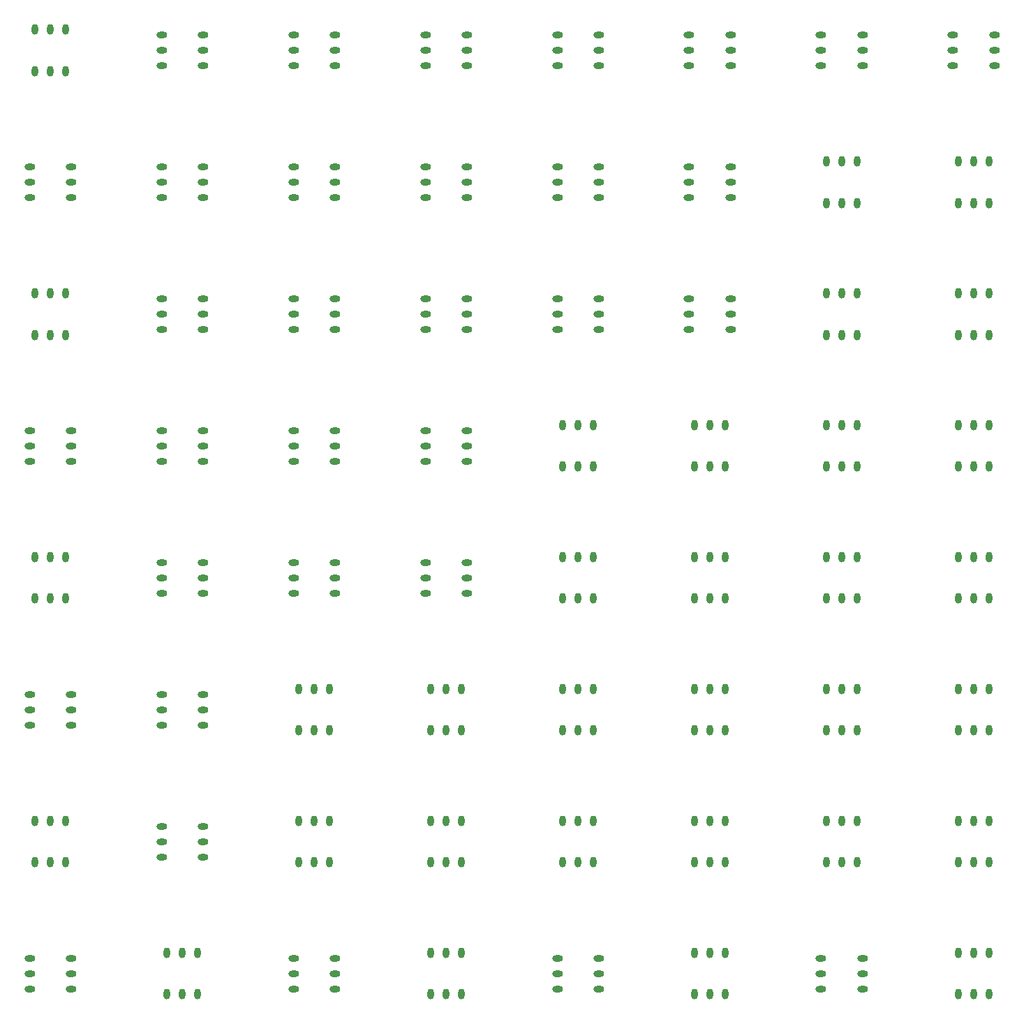
<source format=gtp>
G04 DipTrace 2.4.0.2*
%IN64xAPA102Cx16mm.gtp*%
%MOMM*%
%ADD17O,1.3X0.8*%
%ADD21O,0.8X1.3*%
%FSLAX53Y53*%
G04*
G71*
G90*
G75*
G01*
%LNTopPaste*%
%LPD*%
D17*
X15508Y19858D3*
Y18008D3*
Y16158D3*
X20508D3*
Y18008D3*
Y19858D3*
D21*
X16158Y31508D3*
X18008D3*
X19858D3*
Y36508D3*
X18008D3*
X16158D3*
D17*
X31508Y35858D3*
Y34008D3*
Y32158D3*
X36508D3*
Y34008D3*
Y35858D3*
D21*
X35858Y20508D3*
X34008D3*
X32158D3*
Y15508D3*
X34008D3*
X35858D3*
D17*
X47508Y19858D3*
Y18008D3*
Y16158D3*
X52508D3*
Y18008D3*
Y19858D3*
D21*
X48158Y31508D3*
X50008D3*
X51858D3*
Y36508D3*
X50008D3*
X48158D3*
Y47508D3*
X50008D3*
X51858D3*
Y52508D3*
X50008D3*
X48158D3*
D17*
X36508Y48158D3*
Y50008D3*
Y51858D3*
X31508D3*
Y50008D3*
Y48158D3*
X20508D3*
Y50008D3*
Y51858D3*
X15508D3*
Y50008D3*
Y48158D3*
D21*
X16158Y63508D3*
X18008D3*
X19858D3*
Y68508D3*
X18008D3*
X16158D3*
D17*
X31508Y67858D3*
Y66008D3*
Y64158D3*
X36508D3*
Y66008D3*
Y67858D3*
X47508D3*
Y66008D3*
Y64158D3*
X52508D3*
Y66008D3*
Y67858D3*
X63508D3*
Y66008D3*
Y64158D3*
X68508D3*
Y66008D3*
Y67858D3*
D21*
X67858Y52508D3*
X66008D3*
X64158D3*
Y47508D3*
X66008D3*
X67858D3*
Y36508D3*
X66008D3*
X64158D3*
Y31508D3*
X66008D3*
X67858D3*
Y20508D3*
X66008D3*
X64158D3*
Y15508D3*
X66008D3*
X67858D3*
D17*
X79508Y19858D3*
Y18008D3*
Y16158D3*
X84508D3*
Y18008D3*
Y19858D3*
D21*
X80158Y31508D3*
X82008D3*
X83858D3*
Y36508D3*
X82008D3*
X80158D3*
Y47508D3*
X82008D3*
X83858D3*
Y52508D3*
X82008D3*
X80158D3*
Y63508D3*
X82008D3*
X83858D3*
Y68508D3*
X82008D3*
X80158D3*
Y79508D3*
X82008D3*
X83858D3*
Y84508D3*
X82008D3*
X80158D3*
D17*
X68508Y80158D3*
Y82008D3*
Y83858D3*
X63508D3*
Y82008D3*
Y80158D3*
X52508D3*
Y82008D3*
Y83858D3*
X47508D3*
Y82008D3*
Y80158D3*
X36508D3*
Y82008D3*
Y83858D3*
X31508D3*
Y82008D3*
Y80158D3*
X20508D3*
Y82008D3*
Y83858D3*
X15508D3*
Y82008D3*
Y80158D3*
D21*
X16158Y95508D3*
X18008D3*
X19858D3*
Y100508D3*
X18008D3*
X16158D3*
D17*
X31508Y99858D3*
Y98008D3*
Y96158D3*
X36508D3*
Y98008D3*
Y99858D3*
X47508D3*
Y98008D3*
Y96158D3*
X52508D3*
Y98008D3*
Y99858D3*
X63508D3*
Y98008D3*
Y96158D3*
X68508D3*
Y98008D3*
Y99858D3*
X79508D3*
Y98008D3*
Y96158D3*
X84508D3*
Y98008D3*
Y99858D3*
X95508D3*
Y98008D3*
Y96158D3*
X100508D3*
Y98008D3*
Y99858D3*
D21*
X99858Y84508D3*
X98008D3*
X96158D3*
Y79508D3*
X98008D3*
X99858D3*
Y68508D3*
X98008D3*
X96158D3*
Y63508D3*
X98008D3*
X99858D3*
Y52508D3*
X98008D3*
X96158D3*
Y47508D3*
X98008D3*
X99858D3*
Y36508D3*
X98008D3*
X96158D3*
Y31508D3*
X98008D3*
X99858D3*
Y20508D3*
X98008D3*
X96158D3*
Y15508D3*
X98008D3*
X99858D3*
D17*
X111508Y19858D3*
Y18008D3*
Y16158D3*
X116508D3*
Y18008D3*
Y19858D3*
D21*
X112158Y31508D3*
X114008D3*
X115858D3*
Y36508D3*
X114008D3*
X112158D3*
Y47508D3*
X114008D3*
X115858D3*
Y52508D3*
X114008D3*
X112158D3*
Y63508D3*
X114008D3*
X115858D3*
Y68508D3*
X114008D3*
X112158D3*
Y79508D3*
X114008D3*
X115858D3*
Y84508D3*
X114008D3*
X112158D3*
Y95508D3*
X114008D3*
X115858D3*
Y100508D3*
X114008D3*
X112158D3*
Y111508D3*
X114008D3*
X115858D3*
Y116508D3*
X114008D3*
X112158D3*
D17*
X100508Y112158D3*
Y114008D3*
Y115858D3*
X95508D3*
Y114008D3*
Y112158D3*
X84508D3*
Y114008D3*
Y115858D3*
X79508D3*
Y114008D3*
Y112158D3*
X68508D3*
Y114008D3*
Y115858D3*
X63508D3*
Y114008D3*
Y112158D3*
X52508D3*
Y114008D3*
Y115858D3*
X47508D3*
Y114008D3*
Y112158D3*
X36508D3*
Y114008D3*
Y115858D3*
X31508D3*
Y114008D3*
Y112158D3*
X20508D3*
Y114008D3*
Y115858D3*
X15508D3*
Y114008D3*
Y112158D3*
D21*
X16158Y127508D3*
X18008D3*
X19858D3*
Y132508D3*
X18008D3*
X16158D3*
D17*
X31508Y131858D3*
Y130008D3*
Y128158D3*
X36508D3*
Y130008D3*
Y131858D3*
X47508D3*
Y130008D3*
Y128158D3*
X52508D3*
Y130008D3*
Y131858D3*
X63508D3*
Y130008D3*
Y128158D3*
X68508D3*
Y130008D3*
Y131858D3*
X79508D3*
Y130008D3*
Y128158D3*
X84508D3*
Y130008D3*
Y131858D3*
X95508D3*
Y130008D3*
Y128158D3*
X100508D3*
Y130008D3*
Y131858D3*
X111508D3*
Y130008D3*
Y128158D3*
X116508D3*
Y130008D3*
Y131858D3*
X127508D3*
Y130008D3*
Y128158D3*
X132508D3*
Y130008D3*
Y131858D3*
D21*
X131858Y116508D3*
X130008D3*
X128158D3*
Y111508D3*
X130008D3*
X131858D3*
Y100508D3*
X130008D3*
X128158D3*
Y95508D3*
X130008D3*
X131858D3*
Y84508D3*
X130008D3*
X128158D3*
Y79508D3*
X130008D3*
X131858D3*
Y68508D3*
X130008D3*
X128158D3*
Y63508D3*
X130008D3*
X131858D3*
Y52508D3*
X130008D3*
X128158D3*
Y47508D3*
X130008D3*
X131858D3*
Y36508D3*
X130008D3*
X128158D3*
Y31508D3*
X130008D3*
X131858D3*
Y20508D3*
X130008D3*
X128158D3*
Y15508D3*
X130008D3*
X131858D3*
M02*

</source>
